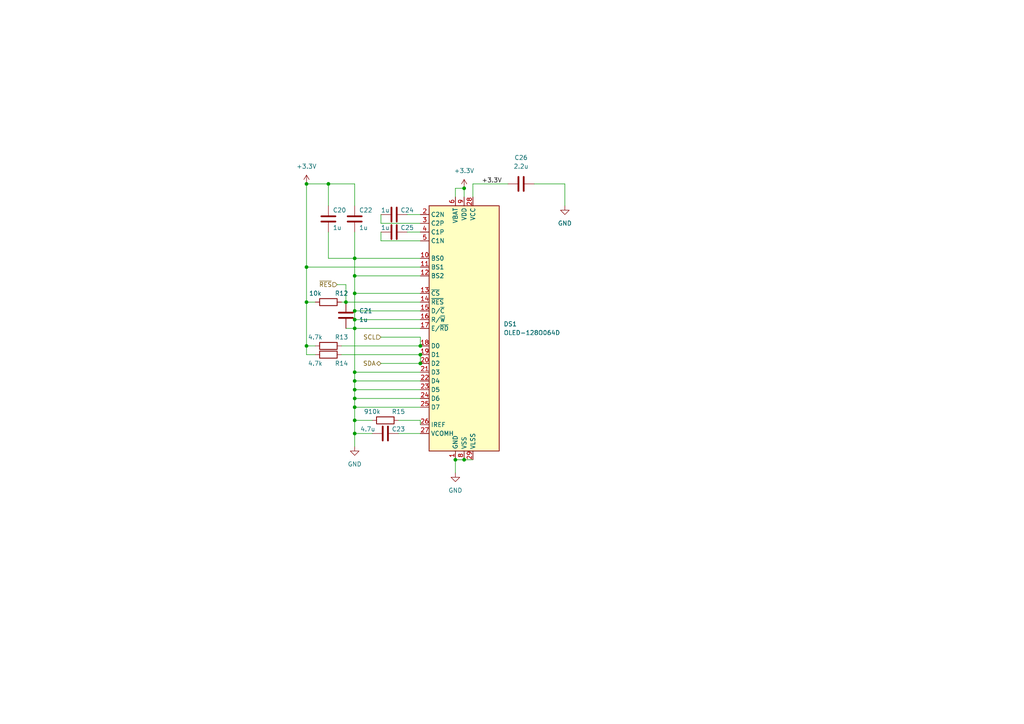
<source format=kicad_sch>
(kicad_sch (version 20211123) (generator eeschema)

  (uuid 307d0b3e-3e06-42cf-a15b-1ba4587b15ef)

  (paper "A4")

  (lib_symbols
    (symbol "Device:C" (pin_numbers hide) (pin_names (offset 0.254)) (in_bom yes) (on_board yes)
      (property "Reference" "C" (id 0) (at 0.635 2.54 0)
        (effects (font (size 1.27 1.27)) (justify left))
      )
      (property "Value" "C" (id 1) (at 0.635 -2.54 0)
        (effects (font (size 1.27 1.27)) (justify left))
      )
      (property "Footprint" "" (id 2) (at 0.9652 -3.81 0)
        (effects (font (size 1.27 1.27)) hide)
      )
      (property "Datasheet" "~" (id 3) (at 0 0 0)
        (effects (font (size 1.27 1.27)) hide)
      )
      (property "ki_keywords" "cap capacitor" (id 4) (at 0 0 0)
        (effects (font (size 1.27 1.27)) hide)
      )
      (property "ki_description" "Unpolarized capacitor" (id 5) (at 0 0 0)
        (effects (font (size 1.27 1.27)) hide)
      )
      (property "ki_fp_filters" "C_*" (id 6) (at 0 0 0)
        (effects (font (size 1.27 1.27)) hide)
      )
      (symbol "C_0_1"
        (polyline
          (pts
            (xy -2.032 -0.762)
            (xy 2.032 -0.762)
          )
          (stroke (width 0.508) (type default) (color 0 0 0 0))
          (fill (type none))
        )
        (polyline
          (pts
            (xy -2.032 0.762)
            (xy 2.032 0.762)
          )
          (stroke (width 0.508) (type default) (color 0 0 0 0))
          (fill (type none))
        )
      )
      (symbol "C_1_1"
        (pin passive line (at 0 3.81 270) (length 2.794)
          (name "~" (effects (font (size 1.27 1.27))))
          (number "1" (effects (font (size 1.27 1.27))))
        )
        (pin passive line (at 0 -3.81 90) (length 2.794)
          (name "~" (effects (font (size 1.27 1.27))))
          (number "2" (effects (font (size 1.27 1.27))))
        )
      )
    )
    (symbol "Device:R" (pin_numbers hide) (pin_names (offset 0)) (in_bom yes) (on_board yes)
      (property "Reference" "R" (id 0) (at 2.032 0 90)
        (effects (font (size 1.27 1.27)))
      )
      (property "Value" "R" (id 1) (at 0 0 90)
        (effects (font (size 1.27 1.27)))
      )
      (property "Footprint" "" (id 2) (at -1.778 0 90)
        (effects (font (size 1.27 1.27)) hide)
      )
      (property "Datasheet" "~" (id 3) (at 0 0 0)
        (effects (font (size 1.27 1.27)) hide)
      )
      (property "ki_keywords" "R res resistor" (id 4) (at 0 0 0)
        (effects (font (size 1.27 1.27)) hide)
      )
      (property "ki_description" "Resistor" (id 5) (at 0 0 0)
        (effects (font (size 1.27 1.27)) hide)
      )
      (property "ki_fp_filters" "R_*" (id 6) (at 0 0 0)
        (effects (font (size 1.27 1.27)) hide)
      )
      (symbol "R_0_1"
        (rectangle (start -1.016 -2.54) (end 1.016 2.54)
          (stroke (width 0.254) (type default) (color 0 0 0 0))
          (fill (type none))
        )
      )
      (symbol "R_1_1"
        (pin passive line (at 0 3.81 270) (length 1.27)
          (name "~" (effects (font (size 1.27 1.27))))
          (number "1" (effects (font (size 1.27 1.27))))
        )
        (pin passive line (at 0 -3.81 90) (length 1.27)
          (name "~" (effects (font (size 1.27 1.27))))
          (number "2" (effects (font (size 1.27 1.27))))
        )
      )
    )
    (symbol "Display_Graphic:OLED-128O064D" (in_bom yes) (on_board yes)
      (property "Reference" "DS" (id 0) (at -10.16 38.1 0)
        (effects (font (size 1.27 1.27)))
      )
      (property "Value" "OLED-128O064D" (id 1) (at 12.7 38.1 0)
        (effects (font (size 1.27 1.27)))
      )
      (property "Footprint" "Display:OLED-128O064D" (id 2) (at 0 0 0)
        (effects (font (size 1.27 1.27)) hide)
      )
      (property "Datasheet" "https://www.vishay.com/docs/37902/oled128o064dbpp3n00000.pdf" (id 3) (at 0 20.32 0)
        (effects (font (size 1.27 1.27)) hide)
      )
      (property "ki_keywords" "display oled" (id 4) (at 0 0 0)
        (effects (font (size 1.27 1.27)) hide)
      )
      (property "ki_description" "OLED display 128x64" (id 5) (at 0 0 0)
        (effects (font (size 1.27 1.27)) hide)
      )
      (property "ki_fp_filters" "OLED?128O064D*" (id 6) (at 0 0 0)
        (effects (font (size 1.27 1.27)) hide)
      )
      (symbol "OLED-128O064D_0_1"
        (rectangle (start -10.16 35.56) (end 10.16 -35.56)
          (stroke (width 0.254) (type default) (color 0 0 0 0))
          (fill (type background))
        )
      )
      (symbol "OLED-128O064D_1_1"
        (pin power_in line (at -2.54 -38.1 90) (length 2.54)
          (name "GND" (effects (font (size 1.27 1.27))))
          (number "1" (effects (font (size 1.27 1.27))))
        )
        (pin input line (at -12.7 20.32 0) (length 2.54)
          (name "BS0" (effects (font (size 1.27 1.27))))
          (number "10" (effects (font (size 1.27 1.27))))
        )
        (pin input line (at -12.7 17.78 0) (length 2.54)
          (name "BS1" (effects (font (size 1.27 1.27))))
          (number "11" (effects (font (size 1.27 1.27))))
        )
        (pin input line (at -12.7 15.24 0) (length 2.54)
          (name "BS2" (effects (font (size 1.27 1.27))))
          (number "12" (effects (font (size 1.27 1.27))))
        )
        (pin input line (at -12.7 10.16 0) (length 2.54)
          (name "~{CS}" (effects (font (size 1.27 1.27))))
          (number "13" (effects (font (size 1.27 1.27))))
        )
        (pin input line (at -12.7 7.62 0) (length 2.54)
          (name "~{RES}" (effects (font (size 1.27 1.27))))
          (number "14" (effects (font (size 1.27 1.27))))
        )
        (pin input line (at -12.7 5.08 0) (length 2.54)
          (name "D/~{C}" (effects (font (size 1.27 1.27))))
          (number "15" (effects (font (size 1.27 1.27))))
        )
        (pin input line (at -12.7 2.54 0) (length 2.54)
          (name "R/~{W}" (effects (font (size 1.27 1.27))))
          (number "16" (effects (font (size 1.27 1.27))))
        )
        (pin input line (at -12.7 0 0) (length 2.54)
          (name "E/~{RD}" (effects (font (size 1.27 1.27))))
          (number "17" (effects (font (size 1.27 1.27))))
        )
        (pin bidirectional line (at -12.7 -5.08 0) (length 2.54)
          (name "D0" (effects (font (size 1.27 1.27))))
          (number "18" (effects (font (size 1.27 1.27))))
        )
        (pin bidirectional line (at -12.7 -7.62 0) (length 2.54)
          (name "D1" (effects (font (size 1.27 1.27))))
          (number "19" (effects (font (size 1.27 1.27))))
        )
        (pin passive line (at -12.7 33.02 0) (length 2.54)
          (name "C2N" (effects (font (size 1.27 1.27))))
          (number "2" (effects (font (size 1.27 1.27))))
        )
        (pin bidirectional line (at -12.7 -10.16 0) (length 2.54)
          (name "D2" (effects (font (size 1.27 1.27))))
          (number "20" (effects (font (size 1.27 1.27))))
        )
        (pin bidirectional line (at -12.7 -12.7 0) (length 2.54)
          (name "D3" (effects (font (size 1.27 1.27))))
          (number "21" (effects (font (size 1.27 1.27))))
        )
        (pin bidirectional line (at -12.7 -15.24 0) (length 2.54)
          (name "D4" (effects (font (size 1.27 1.27))))
          (number "22" (effects (font (size 1.27 1.27))))
        )
        (pin bidirectional line (at -12.7 -17.78 0) (length 2.54)
          (name "D5" (effects (font (size 1.27 1.27))))
          (number "23" (effects (font (size 1.27 1.27))))
        )
        (pin bidirectional line (at -12.7 -20.32 0) (length 2.54)
          (name "D6" (effects (font (size 1.27 1.27))))
          (number "24" (effects (font (size 1.27 1.27))))
        )
        (pin bidirectional line (at -12.7 -22.86 0) (length 2.54)
          (name "D7" (effects (font (size 1.27 1.27))))
          (number "25" (effects (font (size 1.27 1.27))))
        )
        (pin passive line (at -12.7 -27.94 0) (length 2.54)
          (name "IREF" (effects (font (size 1.27 1.27))))
          (number "26" (effects (font (size 1.27 1.27))))
        )
        (pin passive line (at -12.7 -30.48 0) (length 2.54)
          (name "VCOMH" (effects (font (size 1.27 1.27))))
          (number "27" (effects (font (size 1.27 1.27))))
        )
        (pin power_in line (at 2.54 38.1 270) (length 2.54)
          (name "VCC" (effects (font (size 1.27 1.27))))
          (number "28" (effects (font (size 1.27 1.27))))
        )
        (pin power_in line (at 2.54 -38.1 90) (length 2.54)
          (name "VLSS" (effects (font (size 1.27 1.27))))
          (number "29" (effects (font (size 1.27 1.27))))
        )
        (pin passive line (at -12.7 30.48 0) (length 2.54)
          (name "C2P" (effects (font (size 1.27 1.27))))
          (number "3" (effects (font (size 1.27 1.27))))
        )
        (pin passive line (at -2.54 -38.1 90) (length 2.54) hide
          (name "GND" (effects (font (size 1.27 1.27))))
          (number "30" (effects (font (size 1.27 1.27))))
        )
        (pin passive line (at -12.7 27.94 0) (length 2.54)
          (name "C1P" (effects (font (size 1.27 1.27))))
          (number "4" (effects (font (size 1.27 1.27))))
        )
        (pin passive line (at -12.7 25.4 0) (length 2.54)
          (name "C1N" (effects (font (size 1.27 1.27))))
          (number "5" (effects (font (size 1.27 1.27))))
        )
        (pin power_in line (at -2.54 38.1 270) (length 2.54)
          (name "VBAT" (effects (font (size 1.27 1.27))))
          (number "6" (effects (font (size 1.27 1.27))))
        )
        (pin no_connect line (at 10.16 0 180) (length 2.54) hide
          (name "NC" (effects (font (size 1.27 1.27))))
          (number "7" (effects (font (size 1.27 1.27))))
        )
        (pin power_in line (at 0 -38.1 90) (length 2.54)
          (name "VSS" (effects (font (size 1.27 1.27))))
          (number "8" (effects (font (size 1.27 1.27))))
        )
        (pin power_in line (at 0 38.1 270) (length 2.54)
          (name "VDD" (effects (font (size 1.27 1.27))))
          (number "9" (effects (font (size 1.27 1.27))))
        )
      )
    )
    (symbol "power:+3.3V" (power) (pin_names (offset 0)) (in_bom yes) (on_board yes)
      (property "Reference" "#PWR" (id 0) (at 0 -3.81 0)
        (effects (font (size 1.27 1.27)) hide)
      )
      (property "Value" "+3.3V" (id 1) (at 0 3.556 0)
        (effects (font (size 1.27 1.27)))
      )
      (property "Footprint" "" (id 2) (at 0 0 0)
        (effects (font (size 1.27 1.27)) hide)
      )
      (property "Datasheet" "" (id 3) (at 0 0 0)
        (effects (font (size 1.27 1.27)) hide)
      )
      (property "ki_keywords" "power-flag" (id 4) (at 0 0 0)
        (effects (font (size 1.27 1.27)) hide)
      )
      (property "ki_description" "Power symbol creates a global label with name \"+3.3V\"" (id 5) (at 0 0 0)
        (effects (font (size 1.27 1.27)) hide)
      )
      (symbol "+3.3V_0_1"
        (polyline
          (pts
            (xy -0.762 1.27)
            (xy 0 2.54)
          )
          (stroke (width 0) (type default) (color 0 0 0 0))
          (fill (type none))
        )
        (polyline
          (pts
            (xy 0 0)
            (xy 0 2.54)
          )
          (stroke (width 0) (type default) (color 0 0 0 0))
          (fill (type none))
        )
        (polyline
          (pts
            (xy 0 2.54)
            (xy 0.762 1.27)
          )
          (stroke (width 0) (type default) (color 0 0 0 0))
          (fill (type none))
        )
      )
      (symbol "+3.3V_1_1"
        (pin power_in line (at 0 0 90) (length 0) hide
          (name "+3.3V" (effects (font (size 1.27 1.27))))
          (number "1" (effects (font (size 1.27 1.27))))
        )
      )
    )
    (symbol "power:GND" (power) (pin_names (offset 0)) (in_bom yes) (on_board yes)
      (property "Reference" "#PWR" (id 0) (at 0 -6.35 0)
        (effects (font (size 1.27 1.27)) hide)
      )
      (property "Value" "GND" (id 1) (at 0 -3.81 0)
        (effects (font (size 1.27 1.27)))
      )
      (property "Footprint" "" (id 2) (at 0 0 0)
        (effects (font (size 1.27 1.27)) hide)
      )
      (property "Datasheet" "" (id 3) (at 0 0 0)
        (effects (font (size 1.27 1.27)) hide)
      )
      (property "ki_keywords" "power-flag" (id 4) (at 0 0 0)
        (effects (font (size 1.27 1.27)) hide)
      )
      (property "ki_description" "Power symbol creates a global label with name \"GND\" , ground" (id 5) (at 0 0 0)
        (effects (font (size 1.27 1.27)) hide)
      )
      (symbol "GND_0_1"
        (polyline
          (pts
            (xy 0 0)
            (xy 0 -1.27)
            (xy 1.27 -1.27)
            (xy 0 -2.54)
            (xy -1.27 -1.27)
            (xy 0 -1.27)
          )
          (stroke (width 0) (type default) (color 0 0 0 0))
          (fill (type none))
        )
      )
      (symbol "GND_1_1"
        (pin power_in line (at 0 0 270) (length 0) hide
          (name "GND" (effects (font (size 1.27 1.27))))
          (number "1" (effects (font (size 1.27 1.27))))
        )
      )
    )
  )

  (junction (at 95.25 53.34) (diameter 0) (color 0 0 0 0)
    (uuid 14ddfe51-b00f-43f4-91cc-961fbcd19056)
  )
  (junction (at 121.92 102.87) (diameter 0) (color 0 0 0 0)
    (uuid 1a7920d9-41d3-426c-8255-81e3c685ee60)
  )
  (junction (at 102.87 80.01) (diameter 0) (color 0 0 0 0)
    (uuid 1db8aafc-4bd6-4999-aa0c-acaa3a6c46f8)
  )
  (junction (at 102.87 95.25) (diameter 0) (color 0 0 0 0)
    (uuid 3f15828f-6747-4db8-b751-63f224d66f3b)
  )
  (junction (at 121.92 105.41) (diameter 0) (color 0 0 0 0)
    (uuid 40bc5032-c1ad-49d8-8be9-044d12cf0423)
  )
  (junction (at 132.08 133.35) (diameter 0) (color 0 0 0 0)
    (uuid 43af3909-8d42-4d1e-80ce-89f1d609527e)
  )
  (junction (at 102.87 118.11) (diameter 0) (color 0 0 0 0)
    (uuid 491424a5-7ec5-4fab-9c0c-3f2a1b217c30)
  )
  (junction (at 134.62 54.61) (diameter 0) (color 0 0 0 0)
    (uuid 4cd0b903-714e-4c3a-b7b0-c1e9d86bcda4)
  )
  (junction (at 102.87 85.09) (diameter 0) (color 0 0 0 0)
    (uuid 5f838987-5af8-45c5-9e45-3bcdbada66ed)
  )
  (junction (at 102.87 121.92) (diameter 0) (color 0 0 0 0)
    (uuid 69519c7d-2e81-42aa-b433-d7449096fcda)
  )
  (junction (at 88.9 53.34) (diameter 0) (color 0 0 0 0)
    (uuid 6e1ba899-437a-4bac-a172-4086aae14acd)
  )
  (junction (at 102.87 110.49) (diameter 0) (color 0 0 0 0)
    (uuid 6fef616c-d0af-4a73-adaf-fc536b7cc531)
  )
  (junction (at 100.33 87.63) (diameter 0) (color 0 0 0 0)
    (uuid 72fd237d-79a1-4e19-b4b7-08c0a29c366e)
  )
  (junction (at 102.87 115.57) (diameter 0) (color 0 0 0 0)
    (uuid 7430c8e8-a7ea-4c32-94c1-64e2bfa41ac9)
  )
  (junction (at 102.87 113.03) (diameter 0) (color 0 0 0 0)
    (uuid 7d7c4434-44b9-40c8-9f3f-da0e3b903467)
  )
  (junction (at 88.9 77.47) (diameter 0) (color 0 0 0 0)
    (uuid 80a60aad-040b-436b-aa97-0a98ba43494e)
  )
  (junction (at 88.9 100.33) (diameter 0) (color 0 0 0 0)
    (uuid 822d8be2-0d73-4973-bd29-cf41dbb388b5)
  )
  (junction (at 121.92 100.33) (diameter 0) (color 0 0 0 0)
    (uuid a5820635-57de-4b5a-bf9f-62da57fbb715)
  )
  (junction (at 134.62 133.35) (diameter 0) (color 0 0 0 0)
    (uuid d29119a4-d42e-46a0-89da-8c5bf308a3aa)
  )
  (junction (at 102.87 107.95) (diameter 0) (color 0 0 0 0)
    (uuid db4b7b62-5797-4330-9d58-d01b6127a531)
  )
  (junction (at 102.87 90.17) (diameter 0) (color 0 0 0 0)
    (uuid e36ff809-cd24-407c-beba-d7f310a8989f)
  )
  (junction (at 102.87 74.93) (diameter 0) (color 0 0 0 0)
    (uuid e6c92133-2584-42a8-98dd-4c9f1000190e)
  )
  (junction (at 102.87 125.73) (diameter 0) (color 0 0 0 0)
    (uuid e97e4cd1-6bc4-43ef-a26e-48341b0fe192)
  )
  (junction (at 88.9 87.63) (diameter 0) (color 0 0 0 0)
    (uuid f8383581-a36d-46dc-a380-b855f17f09a1)
  )
  (junction (at 102.87 92.71) (diameter 0) (color 0 0 0 0)
    (uuid ffe3b71d-0f49-4f5f-b1a6-f9ecdd3e2858)
  )

  (wire (pts (xy 102.87 85.09) (xy 102.87 90.17))
    (stroke (width 0) (type default) (color 0 0 0 0))
    (uuid 05c9ede8-b7b7-4493-9db9-f7aae00ff5c6)
  )
  (wire (pts (xy 102.87 90.17) (xy 121.92 90.17))
    (stroke (width 0) (type default) (color 0 0 0 0))
    (uuid 0c1837c2-da9b-47d8-ac16-fd752e72d947)
  )
  (wire (pts (xy 102.87 92.71) (xy 102.87 95.25))
    (stroke (width 0) (type default) (color 0 0 0 0))
    (uuid 0fdd7c97-67b7-4b4f-8f4c-5716b45937b7)
  )
  (wire (pts (xy 95.25 74.93) (xy 95.25 67.31))
    (stroke (width 0) (type default) (color 0 0 0 0))
    (uuid 10d3ac54-0129-4fdb-b5b2-394c7f7d203e)
  )
  (wire (pts (xy 132.08 57.15) (xy 132.08 54.61))
    (stroke (width 0) (type default) (color 0 0 0 0))
    (uuid 15c0ba1e-0c9d-491e-aa9c-1bd206ae3a10)
  )
  (wire (pts (xy 102.87 85.09) (xy 121.92 85.09))
    (stroke (width 0) (type default) (color 0 0 0 0))
    (uuid 1812178b-2090-4431-98b3-f108e0a72e18)
  )
  (wire (pts (xy 107.95 125.73) (xy 102.87 125.73))
    (stroke (width 0) (type default) (color 0 0 0 0))
    (uuid 18acee28-1faa-485d-b91b-45b704dc4c79)
  )
  (wire (pts (xy 102.87 107.95) (xy 102.87 110.49))
    (stroke (width 0) (type default) (color 0 0 0 0))
    (uuid 2545b825-8783-4a17-8389-36eee0ffeaba)
  )
  (wire (pts (xy 121.92 121.92) (xy 115.57 121.92))
    (stroke (width 0) (type default) (color 0 0 0 0))
    (uuid 2637f9ff-7fca-49b9-8a63-8b2e1ef2a1b2)
  )
  (wire (pts (xy 88.9 100.33) (xy 91.44 100.33))
    (stroke (width 0) (type default) (color 0 0 0 0))
    (uuid 2694e838-5777-432d-8b66-2ffc3d3352a0)
  )
  (wire (pts (xy 110.49 97.79) (xy 121.92 97.79))
    (stroke (width 0) (type default) (color 0 0 0 0))
    (uuid 26e3d6b8-1ce4-4711-b49f-ce88bcc15c28)
  )
  (wire (pts (xy 121.92 118.11) (xy 102.87 118.11))
    (stroke (width 0) (type default) (color 0 0 0 0))
    (uuid 28994b9a-6298-4c5e-9ff3-f0c197dc75a9)
  )
  (wire (pts (xy 110.49 64.77) (xy 110.49 62.23))
    (stroke (width 0) (type default) (color 0 0 0 0))
    (uuid 2c4a8614-6e2d-4375-8d31-8f7382115387)
  )
  (wire (pts (xy 95.25 74.93) (xy 102.87 74.93))
    (stroke (width 0) (type default) (color 0 0 0 0))
    (uuid 3425a975-c673-4a5b-bed4-2f781acaae26)
  )
  (wire (pts (xy 121.92 102.87) (xy 121.92 105.41))
    (stroke (width 0) (type default) (color 0 0 0 0))
    (uuid 37f0fdcc-b597-4326-8cc5-150a3eff5977)
  )
  (wire (pts (xy 121.92 64.77) (xy 110.49 64.77))
    (stroke (width 0) (type default) (color 0 0 0 0))
    (uuid 38b3c33d-739c-4a4c-958e-3bf2d9093828)
  )
  (wire (pts (xy 88.9 100.33) (xy 88.9 87.63))
    (stroke (width 0) (type default) (color 0 0 0 0))
    (uuid 39843629-c89b-4bd2-b99c-e918e97d9f5a)
  )
  (wire (pts (xy 95.25 53.34) (xy 102.87 53.34))
    (stroke (width 0) (type default) (color 0 0 0 0))
    (uuid 403bcb19-777d-4795-9367-71cc16fdb819)
  )
  (wire (pts (xy 99.06 87.63) (xy 100.33 87.63))
    (stroke (width 0) (type default) (color 0 0 0 0))
    (uuid 40cedb19-ad52-441d-a11b-6440fa26fb17)
  )
  (wire (pts (xy 100.33 95.25) (xy 102.87 95.25))
    (stroke (width 0) (type default) (color 0 0 0 0))
    (uuid 41eb98eb-c687-4169-ad54-85465169c904)
  )
  (wire (pts (xy 102.87 121.92) (xy 102.87 125.73))
    (stroke (width 0) (type default) (color 0 0 0 0))
    (uuid 424209c9-55cd-4ac1-b45f-008c830d1246)
  )
  (wire (pts (xy 121.92 107.95) (xy 102.87 107.95))
    (stroke (width 0) (type default) (color 0 0 0 0))
    (uuid 446ccb16-0662-40de-a9e6-65234a16dfd6)
  )
  (wire (pts (xy 102.87 59.69) (xy 102.87 53.34))
    (stroke (width 0) (type default) (color 0 0 0 0))
    (uuid 456e50b8-3a47-4d58-a780-06dbcb7c44f3)
  )
  (wire (pts (xy 121.92 97.79) (xy 121.92 100.33))
    (stroke (width 0) (type default) (color 0 0 0 0))
    (uuid 4708faef-553e-4936-8446-d34e17ff1934)
  )
  (wire (pts (xy 121.92 67.31) (xy 118.11 67.31))
    (stroke (width 0) (type default) (color 0 0 0 0))
    (uuid 48949169-2355-4503-b5ae-2ae646ad09de)
  )
  (wire (pts (xy 95.25 53.34) (xy 95.25 59.69))
    (stroke (width 0) (type default) (color 0 0 0 0))
    (uuid 4cdd1551-54a4-48cf-beba-14e8f321488f)
  )
  (wire (pts (xy 137.16 57.15) (xy 137.16 53.34))
    (stroke (width 0) (type default) (color 0 0 0 0))
    (uuid 50de147d-f639-44f3-8cb7-6450d56a3598)
  )
  (wire (pts (xy 137.16 53.34) (xy 147.32 53.34))
    (stroke (width 0) (type default) (color 0 0 0 0))
    (uuid 53be7ebd-794f-477e-8f66-e7aed7ac0b11)
  )
  (wire (pts (xy 121.92 123.19) (xy 121.92 121.92))
    (stroke (width 0) (type default) (color 0 0 0 0))
    (uuid 54881bcd-5a58-4e0e-a218-7abcfa0767c6)
  )
  (wire (pts (xy 121.92 113.03) (xy 102.87 113.03))
    (stroke (width 0) (type default) (color 0 0 0 0))
    (uuid 5823e83e-b05b-4b10-a681-77a5dbec4284)
  )
  (wire (pts (xy 132.08 133.35) (xy 134.62 133.35))
    (stroke (width 0) (type default) (color 0 0 0 0))
    (uuid 59ce1b2e-319c-4f6a-bf64-f9920ceec524)
  )
  (wire (pts (xy 88.9 87.63) (xy 88.9 77.47))
    (stroke (width 0) (type default) (color 0 0 0 0))
    (uuid 5bb0dfaa-dc99-418b-befd-2cfe852d9da3)
  )
  (wire (pts (xy 102.87 110.49) (xy 102.87 113.03))
    (stroke (width 0) (type default) (color 0 0 0 0))
    (uuid 5db7a66e-8c5a-41cd-b1f1-77d1394260bc)
  )
  (wire (pts (xy 134.62 54.61) (xy 134.62 57.15))
    (stroke (width 0) (type default) (color 0 0 0 0))
    (uuid 6125bb74-374f-4b2f-9b76-0651765002f1)
  )
  (wire (pts (xy 107.95 121.92) (xy 102.87 121.92))
    (stroke (width 0) (type default) (color 0 0 0 0))
    (uuid 69008396-60f0-4639-88b8-0e5fb8e04248)
  )
  (wire (pts (xy 118.11 62.23) (xy 121.92 62.23))
    (stroke (width 0) (type default) (color 0 0 0 0))
    (uuid 709fbaca-be9b-4020-970b-12e144fcc601)
  )
  (wire (pts (xy 99.06 102.87) (xy 121.92 102.87))
    (stroke (width 0) (type default) (color 0 0 0 0))
    (uuid 71bb1e89-8538-4348-9acd-bab5180816d5)
  )
  (wire (pts (xy 102.87 125.73) (xy 102.87 129.54))
    (stroke (width 0) (type default) (color 0 0 0 0))
    (uuid 721b0396-e99b-48de-98a0-654aaf5add98)
  )
  (wire (pts (xy 91.44 102.87) (xy 88.9 102.87))
    (stroke (width 0) (type default) (color 0 0 0 0))
    (uuid 78b53b2f-eb9f-468d-8e57-d65f20890b76)
  )
  (wire (pts (xy 102.87 90.17) (xy 102.87 92.71))
    (stroke (width 0) (type default) (color 0 0 0 0))
    (uuid 834df04b-e695-437c-bc28-93a9105bc5d5)
  )
  (wire (pts (xy 100.33 87.63) (xy 121.92 87.63))
    (stroke (width 0) (type default) (color 0 0 0 0))
    (uuid 872c99ec-bb74-4ef3-840a-a995c3c73a7d)
  )
  (wire (pts (xy 110.49 105.41) (xy 121.92 105.41))
    (stroke (width 0) (type default) (color 0 0 0 0))
    (uuid 8a71fe51-2f80-4a2f-92d1-7a8468d0dfe8)
  )
  (wire (pts (xy 121.92 110.49) (xy 102.87 110.49))
    (stroke (width 0) (type default) (color 0 0 0 0))
    (uuid 8f63268b-0d23-41c3-b0d8-eb1282ad4a05)
  )
  (wire (pts (xy 102.87 80.01) (xy 102.87 74.93))
    (stroke (width 0) (type default) (color 0 0 0 0))
    (uuid 9f0e5fdc-6c7d-4c66-a188-08d020362db4)
  )
  (wire (pts (xy 121.92 77.47) (xy 88.9 77.47))
    (stroke (width 0) (type default) (color 0 0 0 0))
    (uuid 9f90e4b1-7c62-4098-954c-354300d57b59)
  )
  (wire (pts (xy 154.94 53.34) (xy 163.83 53.34))
    (stroke (width 0) (type default) (color 0 0 0 0))
    (uuid a1eb4818-a875-49c0-a89e-82265093a87f)
  )
  (wire (pts (xy 102.87 80.01) (xy 102.87 85.09))
    (stroke (width 0) (type default) (color 0 0 0 0))
    (uuid a7286f48-2eb2-4787-bf68-1c1f585cc00a)
  )
  (wire (pts (xy 121.92 115.57) (xy 102.87 115.57))
    (stroke (width 0) (type default) (color 0 0 0 0))
    (uuid a76761e5-178f-498c-a6cc-2b591e0cc258)
  )
  (wire (pts (xy 102.87 113.03) (xy 102.87 115.57))
    (stroke (width 0) (type default) (color 0 0 0 0))
    (uuid ab7d711b-64b7-434e-9f86-700787aff14a)
  )
  (wire (pts (xy 88.9 102.87) (xy 88.9 100.33))
    (stroke (width 0) (type default) (color 0 0 0 0))
    (uuid ad7c6a8b-f3e8-4dc6-80aa-0aa66c3915da)
  )
  (wire (pts (xy 102.87 67.31) (xy 102.87 74.93))
    (stroke (width 0) (type default) (color 0 0 0 0))
    (uuid b1160b41-1093-43bd-b879-b491a6f5bc0b)
  )
  (wire (pts (xy 102.87 95.25) (xy 102.87 107.95))
    (stroke (width 0) (type default) (color 0 0 0 0))
    (uuid b17c8175-9670-4b57-8d95-ab653db9341f)
  )
  (wire (pts (xy 121.92 80.01) (xy 102.87 80.01))
    (stroke (width 0) (type default) (color 0 0 0 0))
    (uuid b26e099d-3ea1-41c8-9fa1-d86f09b22aa3)
  )
  (wire (pts (xy 102.87 92.71) (xy 121.92 92.71))
    (stroke (width 0) (type default) (color 0 0 0 0))
    (uuid b797792b-5c7a-4f64-a81d-b82ab87bad31)
  )
  (wire (pts (xy 121.92 74.93) (xy 102.87 74.93))
    (stroke (width 0) (type default) (color 0 0 0 0))
    (uuid be07b7c8-13df-424e-8ba0-3bbceaa35db8)
  )
  (wire (pts (xy 102.87 115.57) (xy 102.87 118.11))
    (stroke (width 0) (type default) (color 0 0 0 0))
    (uuid bed8e9af-2458-420e-a811-62445dc4f9a3)
  )
  (wire (pts (xy 97.79 82.55) (xy 100.33 82.55))
    (stroke (width 0) (type default) (color 0 0 0 0))
    (uuid bfdf46e4-a1ef-4b9a-a0f8-b456824fb7a2)
  )
  (wire (pts (xy 99.06 100.33) (xy 121.92 100.33))
    (stroke (width 0) (type default) (color 0 0 0 0))
    (uuid c1a55641-427c-41a1-8b82-b3a9db326c27)
  )
  (wire (pts (xy 91.44 87.63) (xy 88.9 87.63))
    (stroke (width 0) (type default) (color 0 0 0 0))
    (uuid c3c9bfe0-eba9-4e20-996a-f4762f63fc14)
  )
  (wire (pts (xy 121.92 69.85) (xy 110.49 69.85))
    (stroke (width 0) (type default) (color 0 0 0 0))
    (uuid c71296a2-c472-4676-bbc5-16199ee9c1cd)
  )
  (wire (pts (xy 88.9 77.47) (xy 88.9 53.34))
    (stroke (width 0) (type default) (color 0 0 0 0))
    (uuid c7a5aa54-90cd-48cc-8f39-3be2dcb4226f)
  )
  (wire (pts (xy 110.49 69.85) (xy 110.49 67.31))
    (stroke (width 0) (type default) (color 0 0 0 0))
    (uuid ceeacd4b-78a1-4e9a-b02c-03668bafa07d)
  )
  (wire (pts (xy 102.87 95.25) (xy 121.92 95.25))
    (stroke (width 0) (type default) (color 0 0 0 0))
    (uuid d3a96ef0-4eef-47ce-b2e4-87553b76dfc5)
  )
  (wire (pts (xy 134.62 133.35) (xy 137.16 133.35))
    (stroke (width 0) (type default) (color 0 0 0 0))
    (uuid d6d8946c-de29-4d59-b581-f5b08359bf79)
  )
  (wire (pts (xy 115.57 125.73) (xy 121.92 125.73))
    (stroke (width 0) (type default) (color 0 0 0 0))
    (uuid e5fdebbe-5c15-46e1-a7d6-9b76bea3fada)
  )
  (wire (pts (xy 163.83 53.34) (xy 163.83 59.69))
    (stroke (width 0) (type default) (color 0 0 0 0))
    (uuid e7c34ade-fbf1-4903-b70c-eb251da49d54)
  )
  (wire (pts (xy 132.08 54.61) (xy 134.62 54.61))
    (stroke (width 0) (type default) (color 0 0 0 0))
    (uuid e8293ce1-789b-498b-ba59-6cd67ed78ff8)
  )
  (wire (pts (xy 100.33 87.63) (xy 100.33 82.55))
    (stroke (width 0) (type default) (color 0 0 0 0))
    (uuid e86ced7b-b116-4abe-b78c-b7996bf3fbfe)
  )
  (wire (pts (xy 132.08 133.35) (xy 132.08 137.16))
    (stroke (width 0) (type default) (color 0 0 0 0))
    (uuid f413b71e-3306-4adf-aa53-22d58da940c3)
  )
  (wire (pts (xy 102.87 118.11) (xy 102.87 121.92))
    (stroke (width 0) (type default) (color 0 0 0 0))
    (uuid fcceeb95-9904-4ec4-a18e-f15950d226af)
  )
  (wire (pts (xy 95.25 53.34) (xy 88.9 53.34))
    (stroke (width 0) (type default) (color 0 0 0 0))
    (uuid febffb3d-2b7a-469f-b7e4-507f979a9571)
  )

  (label "+3.3V" (at 139.7 53.34 0)
    (effects (font (size 1.27 1.27)) (justify left bottom))
    (uuid 1991bc88-124f-42cc-a9e1-f5f140be9e10)
  )

  (hierarchical_label "SDA" (shape bidirectional) (at 110.49 105.41 180)
    (effects (font (size 1.27 1.27)) (justify right))
    (uuid 6503bd78-9a97-48f7-8f4c-6bd58e3a58bb)
  )
  (hierarchical_label "~{RES}" (shape input) (at 97.79 82.55 180)
    (effects (font (size 1.27 1.27)) (justify right))
    (uuid 8e5ed91e-8bdf-4cac-82a2-2c2d328620c1)
  )
  (hierarchical_label "SCL" (shape input) (at 110.49 97.79 180)
    (effects (font (size 1.27 1.27)) (justify right))
    (uuid 98ed1e5d-e6b9-4f84-81a9-c7e5d85ac4cd)
  )

  (symbol (lib_id "Device:C") (at 151.13 53.34 90) (unit 1)
    (in_bom yes) (on_board yes) (fields_autoplaced)
    (uuid 08dfbc9d-d4c7-4a20-9ce8-acf9993b5537)
    (property "Reference" "C26" (id 0) (at 151.13 45.72 90))
    (property "Value" "2.2u" (id 1) (at 151.13 48.26 90))
    (property "Footprint" "Capacitor_SMD:C_0603_1608Metric" (id 2) (at 154.94 52.3748 0)
      (effects (font (size 1.27 1.27)) hide)
    )
    (property "Datasheet" "~" (id 3) (at 151.13 53.34 0)
      (effects (font (size 1.27 1.27)) hide)
    )
    (pin "1" (uuid d4ed1405-60b6-4038-aadf-c28cf1634a45))
    (pin "2" (uuid 1f5ef685-feca-4e94-a371-cd457e66a100))
  )

  (symbol (lib_id "Device:C") (at 102.87 63.5 180) (unit 1)
    (in_bom yes) (on_board yes)
    (uuid 25401690-c4ee-4458-bf9b-9bc993b6c2c8)
    (property "Reference" "C22" (id 0) (at 104.14 60.96 0)
      (effects (font (size 1.27 1.27)) (justify right))
    )
    (property "Value" "1u" (id 1) (at 104.14 66.04 0)
      (effects (font (size 1.27 1.27)) (justify right))
    )
    (property "Footprint" "Capacitor_SMD:C_0603_1608Metric" (id 2) (at 101.9048 59.69 0)
      (effects (font (size 1.27 1.27)) hide)
    )
    (property "Datasheet" "~" (id 3) (at 102.87 63.5 0)
      (effects (font (size 1.27 1.27)) hide)
    )
    (pin "1" (uuid f1860077-4bbb-4f5a-b396-1d6c135b2b3e))
    (pin "2" (uuid 63f0fd1a-627d-40aa-aba8-85b75a2acde3))
  )

  (symbol (lib_id "Device:C") (at 111.76 125.73 270) (unit 1)
    (in_bom yes) (on_board yes)
    (uuid 39003479-4301-4c4c-b4c0-58679f7c8c04)
    (property "Reference" "C23" (id 0) (at 115.57 124.46 90))
    (property "Value" "4.7u" (id 1) (at 106.68 124.46 90))
    (property "Footprint" "Capacitor_SMD:C_0603_1608Metric" (id 2) (at 107.95 126.6952 0)
      (effects (font (size 1.27 1.27)) hide)
    )
    (property "Datasheet" "~" (id 3) (at 111.76 125.73 0)
      (effects (font (size 1.27 1.27)) hide)
    )
    (pin "1" (uuid 45146afe-b608-4945-b695-117fd903861b))
    (pin "2" (uuid cb22180f-3c81-4137-8d03-6fa34e4c1e8e))
  )

  (symbol (lib_id "Device:R") (at 111.76 121.92 90) (unit 1)
    (in_bom yes) (on_board yes)
    (uuid 860739c6-bb1b-4264-a32c-2955084d2cc5)
    (property "Reference" "R15" (id 0) (at 115.57 119.38 90))
    (property "Value" "910k" (id 1) (at 107.95 119.38 90))
    (property "Footprint" "Resistor_SMD:R_0603_1608Metric" (id 2) (at 111.76 123.698 90)
      (effects (font (size 1.27 1.27)) hide)
    )
    (property "Datasheet" "~" (id 3) (at 111.76 121.92 0)
      (effects (font (size 1.27 1.27)) hide)
    )
    (pin "1" (uuid d13f4392-bfa0-4d03-906f-e8df3ffef14f))
    (pin "2" (uuid 730f7a58-a2ef-4470-9b4c-78d6dcefcb83))
  )

  (symbol (lib_id "power:GND") (at 102.87 129.54 0) (unit 1)
    (in_bom yes) (on_board yes) (fields_autoplaced)
    (uuid 8944388e-89da-4ee5-b6eb-8f71d952e198)
    (property "Reference" "#PWR064" (id 0) (at 102.87 135.89 0)
      (effects (font (size 1.27 1.27)) hide)
    )
    (property "Value" "GND" (id 1) (at 102.87 134.62 0))
    (property "Footprint" "" (id 2) (at 102.87 129.54 0)
      (effects (font (size 1.27 1.27)) hide)
    )
    (property "Datasheet" "" (id 3) (at 102.87 129.54 0)
      (effects (font (size 1.27 1.27)) hide)
    )
    (pin "1" (uuid 402e3335-8db4-4ad4-adff-6f23821a8d6a))
  )

  (symbol (lib_id "power:GND") (at 163.83 59.69 0) (unit 1)
    (in_bom yes) (on_board yes) (fields_autoplaced)
    (uuid 8e385f68-5ff9-4163-89ba-fb2ffeaf7a71)
    (property "Reference" "#PWR067" (id 0) (at 163.83 66.04 0)
      (effects (font (size 1.27 1.27)) hide)
    )
    (property "Value" "GND" (id 1) (at 163.83 64.77 0))
    (property "Footprint" "" (id 2) (at 163.83 59.69 0)
      (effects (font (size 1.27 1.27)) hide)
    )
    (property "Datasheet" "" (id 3) (at 163.83 59.69 0)
      (effects (font (size 1.27 1.27)) hide)
    )
    (pin "1" (uuid e168fbbd-c0d3-4eb8-8030-54003f21528c))
  )

  (symbol (lib_id "Device:C") (at 114.3 62.23 270) (unit 1)
    (in_bom yes) (on_board yes)
    (uuid a18e1230-cc07-4498-b002-64c51bb5c383)
    (property "Reference" "C24" (id 0) (at 118.11 60.96 90))
    (property "Value" "1u" (id 1) (at 111.76 60.96 90))
    (property "Footprint" "Capacitor_SMD:C_0603_1608Metric" (id 2) (at 110.49 63.1952 0)
      (effects (font (size 1.27 1.27)) hide)
    )
    (property "Datasheet" "~" (id 3) (at 114.3 62.23 0)
      (effects (font (size 1.27 1.27)) hide)
    )
    (pin "1" (uuid d99e0334-3e12-4774-907c-38e717bb4818))
    (pin "2" (uuid 3eb22adf-0d26-4833-b102-194953e271fd))
  )

  (symbol (lib_id "Display_Graphic:OLED-128O064D") (at 134.62 95.25 0) (unit 1)
    (in_bom yes) (on_board yes) (fields_autoplaced)
    (uuid a23d5e11-0a99-4f60-95cf-23fcca0a8267)
    (property "Reference" "DS1" (id 0) (at 146.05 93.9799 0)
      (effects (font (size 1.27 1.27)) (justify left))
    )
    (property "Value" "OLED-128O064D" (id 1) (at 146.05 96.5199 0)
      (effects (font (size 1.27 1.27)) (justify left))
    )
    (property "Footprint" "Valve:OLED-0.96" (id 2) (at 134.62 95.25 0)
      (effects (font (size 1.27 1.27)) hide)
    )
    (property "Datasheet" "https://www.vishay.com/docs/37902/oled128o064dbpp3n00000.pdf" (id 3) (at 134.62 74.93 0)
      (effects (font (size 1.27 1.27)) hide)
    )
    (pin "1" (uuid 5eef4ab6-bc44-449c-8f12-1a7c33837a12))
    (pin "10" (uuid ecd221ea-7b1b-4c74-a81a-6889c814683a))
    (pin "11" (uuid ed5257da-8664-4949-bc00-35b74c16896e))
    (pin "12" (uuid 10048e81-e845-47a8-9002-58c2509ee76c))
    (pin "13" (uuid 3c186b41-61f0-4702-9dcc-fa70b4aa13da))
    (pin "14" (uuid 8a544db2-153c-4b4b-9141-681bbc9226f1))
    (pin "15" (uuid 13073fa0-d46b-4f14-ad06-a41d1fb89c24))
    (pin "16" (uuid 86256c43-cf4a-4f82-a701-cf4309174592))
    (pin "17" (uuid 48fdb2e3-74dd-4731-a57a-f94dbe263aa3))
    (pin "18" (uuid f961c8a4-7c58-49cf-b8f9-5aa464f34506))
    (pin "19" (uuid c4f4b8cf-340d-4509-9eaa-08137d145517))
    (pin "2" (uuid 41ef5482-1968-4ac4-a351-bf7f0eb9b74c))
    (pin "20" (uuid a02b5a47-dee2-4c06-a7c5-69a8ca1fb981))
    (pin "21" (uuid 6c8c0dcb-dea2-476e-8912-6d82ffd09ac9))
    (pin "22" (uuid 747567f2-77a8-4efe-8dec-5b282f59031f))
    (pin "23" (uuid cc551b61-eda3-49cc-94b4-d313d1e9b755))
    (pin "24" (uuid 24e308d2-e9c4-4754-8d44-d8f26908ca8c))
    (pin "25" (uuid b6fcefea-4eca-4763-b290-8e88ee973160))
    (pin "26" (uuid b8208ec4-f0a2-46a2-8a1c-a575ef42dfe0))
    (pin "27" (uuid 6ff797be-8414-4b94-a7b1-119c51585a78))
    (pin "28" (uuid 3d3e83a9-96b7-4175-8e6b-54022f7ea6fc))
    (pin "29" (uuid b4c1b56d-103a-409a-8461-a98ec70725d7))
    (pin "3" (uuid f22e3102-ae9e-4db0-8d3c-0f90b233e6a0))
    (pin "30" (uuid 6b110fa2-815e-4060-8d9d-92c9976cd540))
    (pin "4" (uuid 9fd970ce-08a5-45d7-b97d-76ea9575fcfd))
    (pin "5" (uuid fc949453-cc23-486b-982a-28e3410ea657))
    (pin "6" (uuid f8c1a89d-5087-44ea-808f-741482a73ebb))
    (pin "7" (uuid 9bd87b3c-d9cb-48a3-bf3d-d380c0062919))
    (pin "8" (uuid f3b0eebe-c7ba-4c87-9f52-d823e8e54cdb))
    (pin "9" (uuid 283655fa-414a-41b3-a76a-34bcc6ae594f))
  )

  (symbol (lib_id "Device:C") (at 95.25 63.5 180) (unit 1)
    (in_bom yes) (on_board yes)
    (uuid a8336f15-ff9f-46b2-a423-3e8fff07e13e)
    (property "Reference" "C20" (id 0) (at 96.52 60.96 0)
      (effects (font (size 1.27 1.27)) (justify right))
    )
    (property "Value" "1u" (id 1) (at 96.52 66.04 0)
      (effects (font (size 1.27 1.27)) (justify right))
    )
    (property "Footprint" "Capacitor_SMD:C_0603_1608Metric" (id 2) (at 94.2848 59.69 0)
      (effects (font (size 1.27 1.27)) hide)
    )
    (property "Datasheet" "~" (id 3) (at 95.25 63.5 0)
      (effects (font (size 1.27 1.27)) hide)
    )
    (pin "1" (uuid e931f903-3786-4eca-88c8-498ce4a86384))
    (pin "2" (uuid 577ad26e-ed62-42b6-8212-dee14c29b5f6))
  )

  (symbol (lib_id "power:+3.3V") (at 134.62 54.61 0) (unit 1)
    (in_bom yes) (on_board yes) (fields_autoplaced)
    (uuid b96f9f3d-2a84-4975-aaac-195cc3646246)
    (property "Reference" "#PWR066" (id 0) (at 134.62 58.42 0)
      (effects (font (size 1.27 1.27)) hide)
    )
    (property "Value" "+3.3V" (id 1) (at 134.62 49.53 0))
    (property "Footprint" "" (id 2) (at 134.62 54.61 0)
      (effects (font (size 1.27 1.27)) hide)
    )
    (property "Datasheet" "" (id 3) (at 134.62 54.61 0)
      (effects (font (size 1.27 1.27)) hide)
    )
    (pin "1" (uuid d8c9498d-4783-474c-9ae0-6b573950cb85))
  )

  (symbol (lib_id "Device:R") (at 95.25 87.63 90) (unit 1)
    (in_bom yes) (on_board yes)
    (uuid bc086986-dbb0-4a6a-a410-b4b16779f946)
    (property "Reference" "R12" (id 0) (at 99.06 85.09 90))
    (property "Value" "10k" (id 1) (at 91.44 85.09 90))
    (property "Footprint" "Resistor_SMD:R_0603_1608Metric" (id 2) (at 95.25 89.408 90)
      (effects (font (size 1.27 1.27)) hide)
    )
    (property "Datasheet" "~" (id 3) (at 95.25 87.63 0)
      (effects (font (size 1.27 1.27)) hide)
    )
    (pin "1" (uuid 50ef7ad9-6ccc-48bf-9a8a-d73d95385222))
    (pin "2" (uuid 199d5a6b-bba9-4209-a743-6a72929f711c))
  )

  (symbol (lib_id "power:GND") (at 132.08 137.16 0) (unit 1)
    (in_bom yes) (on_board yes) (fields_autoplaced)
    (uuid c2d6ca8c-df65-4274-b773-e9789ac62d9d)
    (property "Reference" "#PWR065" (id 0) (at 132.08 143.51 0)
      (effects (font (size 1.27 1.27)) hide)
    )
    (property "Value" "GND" (id 1) (at 132.08 142.24 0))
    (property "Footprint" "" (id 2) (at 132.08 137.16 0)
      (effects (font (size 1.27 1.27)) hide)
    )
    (property "Datasheet" "" (id 3) (at 132.08 137.16 0)
      (effects (font (size 1.27 1.27)) hide)
    )
    (pin "1" (uuid bcedf9da-ce9b-48f7-be58-56a9877d4089))
  )

  (symbol (lib_id "Device:C") (at 114.3 67.31 270) (unit 1)
    (in_bom yes) (on_board yes)
    (uuid dca7ef6a-b813-4b2a-a7e3-d649e38e56b7)
    (property "Reference" "C25" (id 0) (at 118.11 66.04 90))
    (property "Value" "1u" (id 1) (at 111.76 66.04 90))
    (property "Footprint" "Capacitor_SMD:C_0603_1608Metric" (id 2) (at 110.49 68.2752 0)
      (effects (font (size 1.27 1.27)) hide)
    )
    (property "Datasheet" "~" (id 3) (at 114.3 67.31 0)
      (effects (font (size 1.27 1.27)) hide)
    )
    (pin "1" (uuid 5ee09026-c257-47f7-a256-2eb912104042))
    (pin "2" (uuid 4884f937-16b6-4b23-be78-48cff2c84445))
  )

  (symbol (lib_id "Device:R") (at 95.25 100.33 90) (unit 1)
    (in_bom yes) (on_board yes)
    (uuid df557f25-33ec-4bc5-80ad-3e1f7a7c0ee0)
    (property "Reference" "R13" (id 0) (at 99.06 97.79 90))
    (property "Value" "4.7k" (id 1) (at 91.44 97.79 90))
    (property "Footprint" "Resistor_SMD:R_0603_1608Metric" (id 2) (at 95.25 102.108 90)
      (effects (font (size 1.27 1.27)) hide)
    )
    (property "Datasheet" "~" (id 3) (at 95.25 100.33 0)
      (effects (font (size 1.27 1.27)) hide)
    )
    (pin "1" (uuid 528ced29-1113-408f-9718-3d8d942beca5))
    (pin "2" (uuid 6949079e-9a85-4926-bc0c-96986c382421))
  )

  (symbol (lib_id "Device:C") (at 100.33 91.44 180) (unit 1)
    (in_bom yes) (on_board yes) (fields_autoplaced)
    (uuid e4d23398-a7b7-41c1-affa-ad5301e6caa7)
    (property "Reference" "C21" (id 0) (at 104.14 90.1699 0)
      (effects (font (size 1.27 1.27)) (justify right))
    )
    (property "Value" "1u" (id 1) (at 104.14 92.7099 0)
      (effects (font (size 1.27 1.27)) (justify right))
    )
    (property "Footprint" "Capacitor_SMD:C_0603_1608Metric" (id 2) (at 99.3648 87.63 0)
      (effects (font (size 1.27 1.27)) hide)
    )
    (property "Datasheet" "~" (id 3) (at 100.33 91.44 0)
      (effects (font (size 1.27 1.27)) hide)
    )
    (pin "1" (uuid e014d5a5-f504-401c-84f0-0926db2f7498))
    (pin "2" (uuid 7a853892-c147-49bf-bf90-32dd6639a5b7))
  )

  (symbol (lib_id "power:+3.3V") (at 88.9 53.34 0) (unit 1)
    (in_bom yes) (on_board yes) (fields_autoplaced)
    (uuid f90ac38d-7ff1-4f40-b615-90ae1610de32)
    (property "Reference" "#PWR063" (id 0) (at 88.9 57.15 0)
      (effects (font (size 1.27 1.27)) hide)
    )
    (property "Value" "+3.3V" (id 1) (at 88.9 48.26 0))
    (property "Footprint" "" (id 2) (at 88.9 53.34 0)
      (effects (font (size 1.27 1.27)) hide)
    )
    (property "Datasheet" "" (id 3) (at 88.9 53.34 0)
      (effects (font (size 1.27 1.27)) hide)
    )
    (pin "1" (uuid 1ad58a54-e73a-4f1f-8244-b99427beb477))
  )

  (symbol (lib_id "Device:R") (at 95.25 102.87 90) (unit 1)
    (in_bom yes) (on_board yes)
    (uuid fbee4110-f074-455d-b3e4-90d5e5743169)
    (property "Reference" "R14" (id 0) (at 99.06 105.41 90))
    (property "Value" "4.7k" (id 1) (at 91.44 105.41 90))
    (property "Footprint" "Resistor_SMD:R_0603_1608Metric" (id 2) (at 95.25 104.648 90)
      (effects (font (size 1.27 1.27)) hide)
    )
    (property "Datasheet" "~" (id 3) (at 95.25 102.87 0)
      (effects (font (size 1.27 1.27)) hide)
    )
    (pin "1" (uuid 3001a49a-cc5f-4c10-8b06-ececfb4e4df4))
    (pin "2" (uuid 5732bdff-cd56-487e-9500-34df0b64551c))
  )
)

</source>
